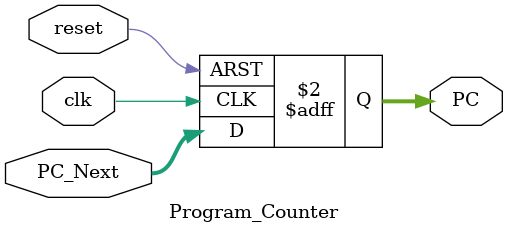
<source format=v>
module Program_Counter(clk, reset, PC_Next, PC);
input clk, reset;
input [31:0] PC_Next;
output reg [31:0] PC;


always @ (posedge clk or posedge reset)
begin
  if(reset) begin
    PC = 32'h00000000;
  end else begin
    PC = PC_Next;
  end
end

endmodule
</source>
